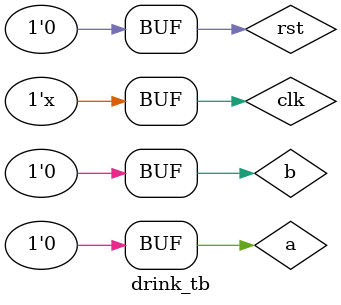
<source format=v>

module drink (clk,rst,a,b,charge,outp);
input clk,rst,a,b;
output charge,outp;
reg charge,outp;


reg [1:0] next_state,current_state;

parameter 	idle='d0,
		coin5='d1,
		coin10='d2,
		coin15='d3;

always @ (posedge clk or posedge rst) 
begin
if(rst) begin
	current_state <= idle;
	charge <='b0;
	outp <='b0;
	end
else current_state <= next_state;

end

always @(*)
begin
case (current_state)
	idle: 
		begin
		if(a) next_state=coin5;
		else if(b) next_state=coin10;
		else next_state=current_state;
		end
	coin5:
		begin
		if(a) next_state=coin10;
		else if(b) next_state=coin15;
		else next_state=current_state;
		end
	coin10: next_state=idle;
	coin15: next_state=idle;
	default:next_state=current_state;
endcase
end

always @ (*)
begin
case (current_state)
	coin10: {charge,outp}=2'b01;
	coin15: {charge,outp}=2'b11;
	default:{charge,outp}=2'b00;
endcase
end
endmodule

module drink_tb;
reg clk,rst,a,b,temp;
wire charge,outp;

drink U1 (.clk(clk),.rst(rst),.a(a),.b(b),.charge(charge),.outp(outp));

initial begin
{clk,rst,a,b}=4'b0000;
#7 rst=1;
#27 rst=0;
end

always #5 clk=~clk;

initial begin
repeat(100)begin
#50 temp=$random%2;
{a,b} = temp ? 2'b01 : 2'b10;
end
end

endmodule

</source>
